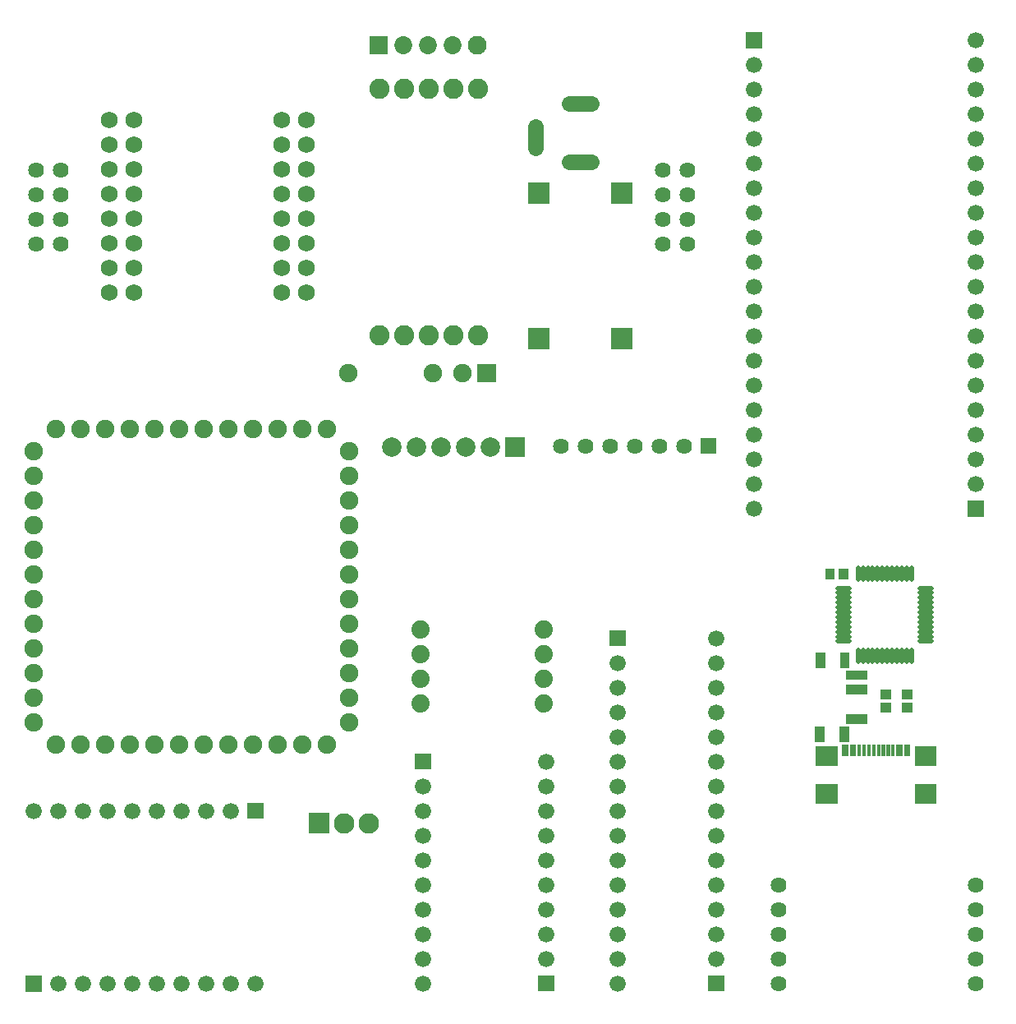
<source format=gbs>
G04 Layer: BottomSolderMaskLayer*
G04 EasyEDA v6.5.1, 2022-03-29 23:29:47*
G04 6fa140fc38934b6497cce4c8c0035c65,6efad7caf7c64316809b4ed48508c700,10*
G04 Gerber Generator version 0.2*
G04 Scale: 100 percent, Rotated: No, Reflected: No *
G04 Dimensions in millimeters *
G04 leading zeros omitted , absolute positions ,4 integer and 5 decimal *
%FSLAX45Y45*%
%MOMM*%

%ADD48C,1.8796*%
%ADD65C,1.6016*%
%ADD72C,1.6256*%
%ADD73C,2.0032*%
%ADD75C,1.9032*%
%ADD77C,2.1016*%
%ADD96C,1.8516*%
%ADD97C,1.9532*%
%ADD98C,1.9016*%
%ADD100C,1.7272*%
%ADD101C,2.0828*%
%ADD103R,1.6764X1.6764*%
%ADD104C,1.6764*%
%ADD105C,0.5032*%

%LPD*%
D65*
X5313756Y-1252237D02*
G01*
X5313756Y-1032238D01*
X5663831Y-792226D02*
G01*
X5893831Y-792226D01*
X5893831Y-1392173D02*
G01*
X5663831Y-1392173D01*
D105*
X8430305Y-6332905D02*
G01*
X8550305Y-6332905D01*
X8430305Y-6282893D02*
G01*
X8550305Y-6282893D01*
X8430305Y-6232905D02*
G01*
X8550305Y-6232905D01*
X8430305Y-6182893D02*
G01*
X8550305Y-6182893D01*
X8430305Y-6132906D02*
G01*
X8550305Y-6132906D01*
X8430305Y-6082893D02*
G01*
X8550305Y-6082893D01*
X8430305Y-6032906D02*
G01*
X8550305Y-6032906D01*
X8430305Y-5982893D02*
G01*
X8550305Y-5982893D01*
X8430305Y-5932906D02*
G01*
X8550305Y-5932906D01*
X8430305Y-5882894D02*
G01*
X8550305Y-5882894D01*
X8430305Y-5832906D02*
G01*
X8550305Y-5832906D01*
X8430305Y-5782894D02*
G01*
X8550305Y-5782894D01*
X8640292Y-5692907D02*
G01*
X8640292Y-5572907D01*
X8690305Y-5692907D02*
G01*
X8690305Y-5572907D01*
X8740292Y-5692907D02*
G01*
X8740292Y-5572907D01*
X8790304Y-5692907D02*
G01*
X8790304Y-5572907D01*
X8840292Y-5692907D02*
G01*
X8840292Y-5572907D01*
X8890304Y-5692907D02*
G01*
X8890304Y-5572907D01*
X8940291Y-5692907D02*
G01*
X8940291Y-5572907D01*
X8990304Y-5692907D02*
G01*
X8990304Y-5572907D01*
X9040291Y-5692907D02*
G01*
X9040291Y-5572907D01*
X9090304Y-5692907D02*
G01*
X9090304Y-5572907D01*
X9140291Y-5692907D02*
G01*
X9140291Y-5572907D01*
X9190304Y-5692907D02*
G01*
X9190304Y-5572907D01*
X9280291Y-5782894D02*
G01*
X9400291Y-5782894D01*
X9280291Y-5832906D02*
G01*
X9400291Y-5832906D01*
X9280291Y-5882894D02*
G01*
X9400291Y-5882894D01*
X9280291Y-5932906D02*
G01*
X9400291Y-5932906D01*
X9280291Y-5982893D02*
G01*
X9400291Y-5982893D01*
X9280291Y-6032906D02*
G01*
X9400291Y-6032906D01*
X9280291Y-6082893D02*
G01*
X9400291Y-6082893D01*
X9280291Y-6132906D02*
G01*
X9400291Y-6132906D01*
X9280291Y-6182893D02*
G01*
X9400291Y-6182893D01*
X9280291Y-6232905D02*
G01*
X9400291Y-6232905D01*
X9280291Y-6282893D02*
G01*
X9400291Y-6282893D01*
X9280291Y-6332905D02*
G01*
X9400291Y-6332905D01*
X9190304Y-6542892D02*
G01*
X9190304Y-6422892D01*
X9140291Y-6542892D02*
G01*
X9140291Y-6422892D01*
X9090304Y-6542892D02*
G01*
X9090304Y-6422892D01*
X9040291Y-6542892D02*
G01*
X9040291Y-6422892D01*
X8990304Y-6542892D02*
G01*
X8990304Y-6422892D01*
X8940291Y-6542892D02*
G01*
X8940291Y-6422892D01*
X8890304Y-6542892D02*
G01*
X8890304Y-6422892D01*
X8840292Y-6542892D02*
G01*
X8840292Y-6422892D01*
X8790304Y-6542892D02*
G01*
X8790304Y-6422892D01*
X8740292Y-6542892D02*
G01*
X8740292Y-6422892D01*
X8690305Y-6542892D02*
G01*
X8690305Y-6422892D01*
X8640292Y-6542892D02*
G01*
X8640292Y-6422892D01*
D72*
G01*
X7823200Y-8839200D03*
G01*
X7823200Y-9093200D03*
G01*
X7823200Y-9347200D03*
G01*
X7823200Y-9601200D03*
G01*
X7823200Y-9855200D03*
G01*
X9855200Y-9855200D03*
G01*
X9855200Y-9601200D03*
G01*
X9855200Y-9347200D03*
G01*
X9855200Y-9093200D03*
G01*
X9855200Y-8839200D03*
D73*
G01*
X3835400Y-4330700D03*
G01*
X4089400Y-4330700D03*
G01*
X4343400Y-4330700D03*
G01*
X4597400Y-4330700D03*
G01*
X4851400Y-4330700D03*
G36*
X5005324Y-4430776D02*
G01*
X5005324Y-4230623D01*
X5205475Y-4230623D01*
X5205475Y-4430776D01*
G37*
D48*
G01*
X5397500Y-6210300D03*
G01*
X5397500Y-6464300D03*
G01*
X5397500Y-6718300D03*
G01*
X5397500Y-6972300D03*
G01*
X4127500Y-6972300D03*
G01*
X4127500Y-6718300D03*
G01*
X4127500Y-6464300D03*
G01*
X4127500Y-6210300D03*
D75*
G01*
X368300Y-4140200D03*
G01*
X3162300Y-4140200D03*
G01*
X2908300Y-4140200D03*
G01*
X622300Y-4140200D03*
G01*
X876300Y-4140200D03*
G01*
X1130300Y-4140200D03*
G01*
X1384300Y-4140200D03*
G01*
X1638300Y-4140200D03*
G01*
X1892300Y-4140200D03*
G01*
X2146300Y-4140200D03*
G01*
X2400300Y-4140200D03*
G01*
X2654300Y-4140200D03*
G01*
X3390900Y-4368800D03*
G01*
X3390900Y-7162800D03*
G01*
X3390900Y-6908800D03*
G01*
X3390900Y-4622800D03*
G01*
X3390900Y-4876800D03*
G01*
X3390900Y-5130800D03*
G01*
X3390900Y-5384800D03*
G01*
X3390900Y-5638800D03*
G01*
X3390900Y-5892800D03*
G01*
X3390900Y-6146800D03*
G01*
X3390900Y-6400800D03*
G01*
X3390900Y-6654800D03*
G01*
X3162300Y-7391400D03*
G01*
X368300Y-7391400D03*
G01*
X622300Y-7391400D03*
G01*
X2908300Y-7391400D03*
G01*
X2654300Y-7391400D03*
G01*
X2400300Y-7391400D03*
G01*
X2146300Y-7391400D03*
G01*
X1892300Y-7391400D03*
G01*
X1638300Y-7391400D03*
G01*
X1384300Y-7391400D03*
G01*
X1130300Y-7391400D03*
G01*
X876300Y-7391400D03*
G01*
X139700Y-7162800D03*
G01*
X139700Y-4368800D03*
G01*
X139700Y-4622800D03*
G01*
X139700Y-6908800D03*
G01*
X139700Y-6654800D03*
G01*
X139700Y-6400800D03*
G01*
X139700Y-6146800D03*
G01*
X139700Y-5892800D03*
G01*
X139700Y-5638800D03*
G01*
X139700Y-5384800D03*
G01*
X139700Y-5130800D03*
G01*
X139700Y-4876800D03*
G36*
X2980943Y-8309355D02*
G01*
X2980943Y-8099044D01*
X3191256Y-8099044D01*
X3191256Y-8309355D01*
G37*
D77*
G01*
X3340100Y-8204200D03*
G01*
X3594100Y-8204200D03*
D72*
G01*
X5575300Y-4318000D03*
G01*
X5829300Y-4318000D03*
G01*
X6083300Y-4318000D03*
G01*
X6337300Y-4318000D03*
G01*
X6591300Y-4318000D03*
G01*
X6845300Y-4318000D03*
G36*
X7018020Y-4399279D02*
G01*
X7018020Y-4236720D01*
X7180579Y-4236720D01*
X7180579Y-4399279D01*
G37*
G36*
X3603243Y-282955D02*
G01*
X3603243Y-98044D01*
X3788156Y-98044D01*
X3788156Y-282955D01*
G37*
D96*
G01*
X3949700Y-190500D03*
G01*
X4203700Y-190500D03*
G01*
X4457700Y-190500D03*
D97*
G01*
X4711700Y-190500D03*
D98*
G01*
X4559300Y-3568700D03*
G36*
X4718304Y-3663695D02*
G01*
X4718304Y-3473704D01*
X4908295Y-3473704D01*
X4908295Y-3663695D01*
G37*
D100*
G01*
X922273Y-2736519D03*
G01*
X1176273Y-2736519D03*
G01*
X922273Y-2482519D03*
G01*
X1176273Y-2482519D03*
G01*
X922273Y-2228519D03*
G01*
X1176273Y-2228519D03*
G01*
X922273Y-1974519D03*
G01*
X1176273Y-1974519D03*
G01*
X922273Y-1720519D03*
G01*
X1176273Y-1720519D03*
G01*
X922273Y-1466519D03*
G01*
X1176273Y-1466519D03*
G01*
X922273Y-1212519D03*
G01*
X1176273Y-1212519D03*
G01*
X922273Y-958519D03*
G01*
X1176273Y-958519D03*
G01*
X2700274Y-2736519D03*
G01*
X2954274Y-2736519D03*
G01*
X2700274Y-2482519D03*
G01*
X2954274Y-2482519D03*
G01*
X2700274Y-2228519D03*
G01*
X2954274Y-2228519D03*
G01*
X2700274Y-1974519D03*
G01*
X2954274Y-1974519D03*
G01*
X2700274Y-1720519D03*
G01*
X2954274Y-1720519D03*
G01*
X2700274Y-1466519D03*
G01*
X2954274Y-1466519D03*
G01*
X2700274Y-1212519D03*
G01*
X2954274Y-1212519D03*
G01*
X2700274Y-958519D03*
G01*
X2954274Y-958519D03*
D98*
G01*
X4257700Y-3568700D03*
G01*
X3387699Y-3568700D03*
D101*
G01*
X3706799Y-3175000D03*
G01*
X3960799Y-3175000D03*
G01*
X4214799Y-3175000D03*
G01*
X4468799Y-3175000D03*
G01*
X4722799Y-3175000D03*
G01*
X3706799Y-635000D03*
G01*
X3960799Y-635000D03*
G01*
X4214799Y-635000D03*
G01*
X4468799Y-635000D03*
G01*
X4722799Y-635000D03*
D72*
G01*
X165100Y-1479397D03*
G01*
X419100Y-1479397D03*
G01*
X165100Y-1733397D03*
G01*
X419100Y-1733397D03*
G01*
X165100Y-1987397D03*
G01*
X419100Y-1987397D03*
G01*
X165100Y-2241397D03*
G01*
X419100Y-2241397D03*
G01*
X6627799Y-1479397D03*
G01*
X6881799Y-1479397D03*
G01*
X6627799Y-1733397D03*
G01*
X6881799Y-1733397D03*
G01*
X6627799Y-1987397D03*
G01*
X6881799Y-1987397D03*
G01*
X6627799Y-2241397D03*
G01*
X6881799Y-2241397D03*
G36*
X5241290Y-3323081D02*
G01*
X5241290Y-3102863D01*
X5461761Y-3102863D01*
X5461761Y-3323081D01*
G37*
G36*
X6097270Y-3323081D02*
G01*
X6097270Y-3102863D01*
X6317488Y-3102863D01*
X6317488Y-3323081D01*
G37*
G36*
X5241290Y-1826768D02*
G01*
X5241290Y-1606295D01*
X5461761Y-1606295D01*
X5461761Y-1826768D01*
G37*
G36*
X6097270Y-1826768D02*
G01*
X6097270Y-1606295D01*
X6317488Y-1606295D01*
X6317488Y-1826768D01*
G37*
G36*
X9088881Y-6927087D02*
G01*
X9088881Y-6826758D01*
X9199118Y-6826758D01*
X9199118Y-6927087D01*
G37*
G36*
X9088881Y-7067042D02*
G01*
X9088881Y-6966712D01*
X9199118Y-6966712D01*
X9199118Y-7067042D01*
G37*
G36*
X8299958Y-5693918D02*
G01*
X8299958Y-5583681D01*
X8400288Y-5583681D01*
X8400288Y-5693918D01*
G37*
G36*
X8439911Y-5693918D02*
G01*
X8439911Y-5583681D01*
X8540241Y-5583681D01*
X8540241Y-5693918D01*
G37*
G36*
X8872981Y-6927087D02*
G01*
X8872981Y-6826758D01*
X8983218Y-6826758D01*
X8983218Y-6927087D01*
G37*
G36*
X8872981Y-7067042D02*
G01*
X8872981Y-6966712D01*
X8983218Y-6966712D01*
X8983218Y-7067042D01*
G37*
G36*
X8203945Y-7614920D02*
G01*
X8203945Y-7409942D01*
X8426958Y-7409942D01*
X8426958Y-7614920D01*
G37*
G36*
X9225788Y-7614920D02*
G01*
X9225788Y-7409942D01*
X9449054Y-7409942D01*
X9449054Y-7614920D01*
G37*
G36*
X8203945Y-8007858D02*
G01*
X8203945Y-7802879D01*
X8426958Y-7802879D01*
X8426958Y-8007858D01*
G37*
G36*
X9225788Y-8007858D02*
G01*
X9225788Y-7802879D01*
X9449054Y-7802879D01*
X9449054Y-8007858D01*
G37*
G36*
X9113774Y-7514844D02*
G01*
X9113774Y-7394955D01*
X9179052Y-7394955D01*
X9179052Y-7514844D01*
G37*
G36*
X9033763Y-7514844D02*
G01*
X9033763Y-7394955D01*
X9099041Y-7394955D01*
X9099041Y-7514844D01*
G37*
G36*
X8553958Y-7514844D02*
G01*
X8553958Y-7394955D01*
X8618981Y-7394955D01*
X8618981Y-7514844D01*
G37*
G36*
X8473947Y-7514844D02*
G01*
X8473947Y-7394955D01*
X8538972Y-7394955D01*
X8538972Y-7514844D01*
G37*
G36*
X8633968Y-7514844D02*
G01*
X8633968Y-7394955D01*
X8669020Y-7394955D01*
X8669020Y-7514844D01*
G37*
G36*
X8933941Y-7514844D02*
G01*
X8933941Y-7394955D01*
X8968993Y-7394955D01*
X8968993Y-7514844D01*
G37*
G36*
X8683752Y-7514844D02*
G01*
X8683752Y-7394955D01*
X8719058Y-7394955D01*
X8719058Y-7514844D01*
G37*
G36*
X8983979Y-7514844D02*
G01*
X8983979Y-7394955D01*
X9019031Y-7394955D01*
X9019031Y-7514844D01*
G37*
G36*
X8883904Y-7514844D02*
G01*
X8883904Y-7394955D01*
X8918956Y-7394955D01*
X8918956Y-7514844D01*
G37*
G36*
X8733790Y-7514844D02*
G01*
X8733790Y-7394955D01*
X8768841Y-7394955D01*
X8768841Y-7514844D01*
G37*
G36*
X8833865Y-7514844D02*
G01*
X8833865Y-7394955D01*
X8868918Y-7394955D01*
X8868918Y-7514844D01*
G37*
G36*
X8783827Y-7514844D02*
G01*
X8783827Y-7394955D01*
X8818879Y-7394955D01*
X8818879Y-7514844D01*
G37*
G36*
X8512302Y-7180071D02*
G01*
X8512302Y-7079742D01*
X8732774Y-7079742D01*
X8732774Y-7180071D01*
G37*
G36*
X8512302Y-6880097D02*
G01*
X8512302Y-6779768D01*
X8732774Y-6779768D01*
X8732774Y-6880097D01*
G37*
G36*
X8512302Y-6729984D02*
G01*
X8512302Y-6629654D01*
X8732774Y-6629654D01*
X8732774Y-6729984D01*
G37*
G36*
X8451341Y-7368286D02*
G01*
X8451341Y-7208012D01*
X8551672Y-7208012D01*
X8551672Y-7368286D01*
G37*
G36*
X8452358Y-6610095D02*
G01*
X8452358Y-6449821D01*
X8552434Y-6449821D01*
X8552434Y-6610095D01*
G37*
G36*
X8201406Y-6608826D02*
G01*
X8201406Y-6448552D01*
X8301736Y-6448552D01*
X8301736Y-6608826D01*
G37*
G36*
X8192770Y-7369302D02*
G01*
X8192770Y-7209028D01*
X8293100Y-7209028D01*
X8293100Y-7369302D01*
G37*
D103*
G01*
X139700Y-9855200D03*
D104*
G01*
X393700Y-9855200D03*
G01*
X647700Y-9855200D03*
G01*
X901700Y-9855200D03*
G01*
X1155700Y-9855200D03*
G01*
X1409700Y-9855200D03*
G01*
X1663700Y-9855200D03*
G01*
X1917700Y-9855200D03*
G01*
X2171700Y-9855200D03*
G01*
X2425700Y-9855200D03*
G36*
X2341879Y-8161020D02*
G01*
X2341879Y-7993379D01*
X2509520Y-7993379D01*
X2509520Y-8161020D01*
G37*
G01*
X2171700Y-8077200D03*
G01*
X1917700Y-8077200D03*
G01*
X1663700Y-8077200D03*
G01*
X1409700Y-8077200D03*
G01*
X1155700Y-8077200D03*
G01*
X901700Y-8077200D03*
G01*
X647700Y-8077200D03*
G01*
X393700Y-8077200D03*
G01*
X139700Y-8077200D03*
G36*
X4069079Y-7653020D02*
G01*
X4069079Y-7485379D01*
X4236720Y-7485379D01*
X4236720Y-7653020D01*
G37*
G01*
X4152900Y-7823200D03*
G01*
X4152900Y-8077200D03*
G01*
X4152900Y-8331200D03*
G01*
X4152900Y-8585200D03*
G01*
X4152900Y-8839200D03*
G01*
X4152900Y-9093200D03*
G01*
X4152900Y-9347200D03*
G01*
X4152900Y-9601200D03*
G01*
X4152900Y-9855200D03*
G36*
X5339079Y-9939020D02*
G01*
X5339079Y-9771379D01*
X5506720Y-9771379D01*
X5506720Y-9939020D01*
G37*
G01*
X5422900Y-9601200D03*
G01*
X5422900Y-9347200D03*
G01*
X5422900Y-9093200D03*
G01*
X5422900Y-8839200D03*
G01*
X5422900Y-8585200D03*
G01*
X5422900Y-8331200D03*
G01*
X5422900Y-8077200D03*
G01*
X5422900Y-7823200D03*
G01*
X5422900Y-7569200D03*
G36*
X7091679Y-9939020D02*
G01*
X7091679Y-9771379D01*
X7259320Y-9771379D01*
X7259320Y-9939020D01*
G37*
G01*
X7175500Y-9601200D03*
G01*
X7175500Y-9347200D03*
G01*
X7175500Y-9093200D03*
G01*
X7175500Y-8839200D03*
G01*
X7175500Y-8585200D03*
G01*
X7175500Y-8331200D03*
G01*
X7175500Y-8077200D03*
G01*
X7175500Y-7823200D03*
G01*
X7175500Y-7569200D03*
G01*
X7175500Y-7315200D03*
G01*
X7175500Y-7061200D03*
G01*
X7175500Y-6807200D03*
G01*
X7175500Y-6553200D03*
G01*
X7175500Y-6299200D03*
G36*
X6075679Y-6383020D02*
G01*
X6075679Y-6215379D01*
X6243320Y-6215379D01*
X6243320Y-6383020D01*
G37*
G01*
X6159500Y-6553200D03*
G01*
X6159500Y-6807200D03*
G01*
X6159500Y-7061200D03*
G01*
X6159500Y-7315200D03*
G01*
X6159500Y-7569200D03*
G01*
X6159500Y-7823200D03*
G01*
X6159500Y-8077200D03*
G01*
X6159500Y-8331200D03*
G01*
X6159500Y-8585200D03*
G01*
X6159500Y-8839200D03*
G01*
X6159500Y-9093200D03*
G01*
X6159500Y-9347200D03*
G01*
X6159500Y-9601200D03*
G01*
X6159500Y-9855200D03*
G36*
X7485379Y-223520D02*
G01*
X7485379Y-55879D01*
X7653020Y-55879D01*
X7653020Y-223520D01*
G37*
G01*
X7569200Y-393700D03*
G01*
X7569200Y-647700D03*
G01*
X7569200Y-901700D03*
G01*
X7569200Y-1155700D03*
G01*
X7569200Y-1409700D03*
G01*
X7569200Y-1663700D03*
G01*
X7569200Y-1917700D03*
G01*
X7569200Y-2171700D03*
G01*
X7569200Y-2425700D03*
G01*
X7569200Y-2679700D03*
G01*
X7569200Y-2933700D03*
G01*
X7569200Y-3187700D03*
G01*
X7569200Y-3441700D03*
G01*
X7569200Y-3695700D03*
G01*
X7569200Y-3949700D03*
G01*
X7569200Y-4203700D03*
G01*
X7569200Y-4457700D03*
G01*
X7569200Y-4711700D03*
G01*
X7569200Y-4965700D03*
G36*
X9771379Y-5049520D02*
G01*
X9771379Y-4881879D01*
X9939020Y-4881879D01*
X9939020Y-5049520D01*
G37*
G01*
X9855200Y-4711700D03*
G01*
X9855200Y-4457700D03*
G01*
X9855200Y-4203700D03*
G01*
X9855200Y-3949700D03*
G01*
X9855200Y-3695700D03*
G01*
X9855200Y-3441700D03*
G01*
X9855200Y-3187700D03*
G01*
X9855200Y-2933700D03*
G01*
X9855200Y-2679700D03*
G01*
X9855200Y-2425700D03*
G01*
X9855200Y-2171700D03*
G01*
X9855200Y-1917700D03*
G01*
X9855200Y-1663700D03*
G01*
X9855200Y-1409700D03*
G01*
X9855200Y-1155700D03*
G01*
X9855200Y-901700D03*
G01*
X9855200Y-647700D03*
G01*
X9855200Y-393700D03*
G01*
X9855200Y-139700D03*
M02*

</source>
